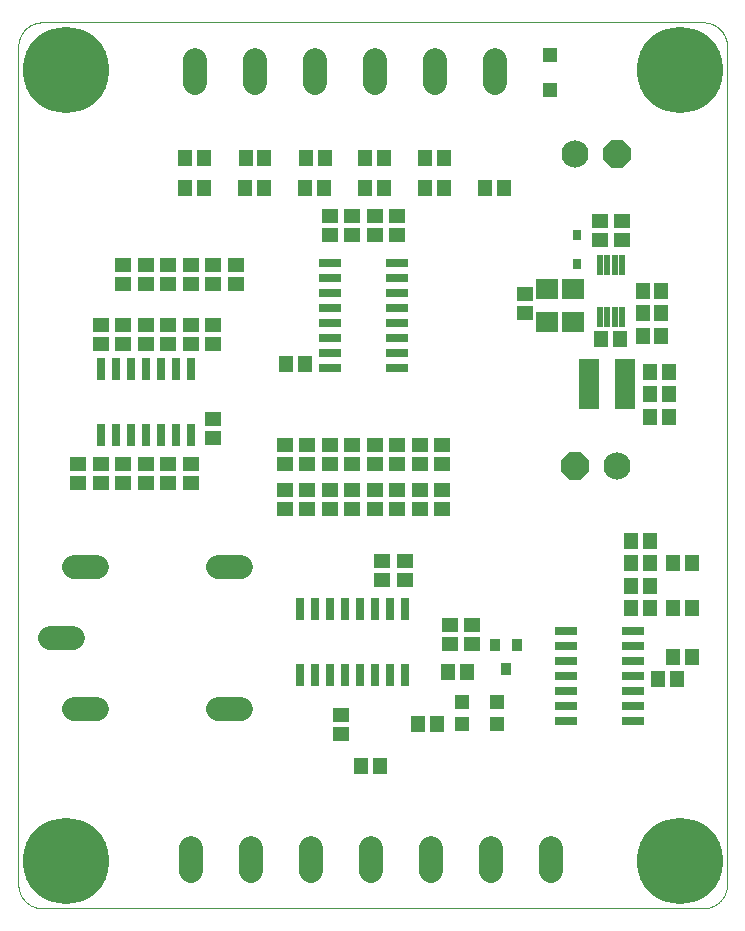
<source format=gts>
G75*
%MOIN*%
%OFA0B0*%
%FSLAX25Y25*%
%IPPOS*%
%LPD*%
%AMOC8*
5,1,8,0,0,1.08239X$1,22.5*
%
%ADD10C,0.00400*%
%ADD11R,0.04731X0.05518*%
%ADD12R,0.02172X0.06896*%
%ADD13R,0.06699X0.16935*%
%ADD14R,0.05518X0.04731*%
%ADD15R,0.07487X0.06699*%
%ADD16R,0.04731X0.04731*%
%ADD17C,0.09061*%
%ADD18OC8,0.09061*%
%ADD19R,0.03156X0.07290*%
%ADD20R,0.02762X0.03550*%
%ADD21C,0.08077*%
%ADD22R,0.03550X0.04337*%
%ADD23R,0.07290X0.03156*%
%ADD24C,0.28746*%
D10*
X0001394Y0009268D02*
X0001394Y0288795D01*
X0001396Y0288985D01*
X0001403Y0289175D01*
X0001415Y0289365D01*
X0001431Y0289555D01*
X0001451Y0289744D01*
X0001477Y0289933D01*
X0001506Y0290121D01*
X0001541Y0290308D01*
X0001580Y0290494D01*
X0001623Y0290679D01*
X0001671Y0290864D01*
X0001723Y0291047D01*
X0001779Y0291228D01*
X0001840Y0291408D01*
X0001906Y0291587D01*
X0001975Y0291764D01*
X0002049Y0291940D01*
X0002127Y0292113D01*
X0002210Y0292285D01*
X0002296Y0292454D01*
X0002386Y0292622D01*
X0002481Y0292787D01*
X0002579Y0292950D01*
X0002682Y0293110D01*
X0002788Y0293268D01*
X0002898Y0293423D01*
X0003011Y0293576D01*
X0003129Y0293726D01*
X0003250Y0293872D01*
X0003374Y0294016D01*
X0003502Y0294157D01*
X0003633Y0294295D01*
X0003768Y0294430D01*
X0003906Y0294561D01*
X0004047Y0294689D01*
X0004191Y0294813D01*
X0004337Y0294934D01*
X0004487Y0295052D01*
X0004640Y0295165D01*
X0004795Y0295275D01*
X0004953Y0295381D01*
X0005113Y0295484D01*
X0005276Y0295582D01*
X0005441Y0295677D01*
X0005609Y0295767D01*
X0005778Y0295853D01*
X0005950Y0295936D01*
X0006123Y0296014D01*
X0006299Y0296088D01*
X0006476Y0296157D01*
X0006655Y0296223D01*
X0006835Y0296284D01*
X0007016Y0296340D01*
X0007199Y0296392D01*
X0007384Y0296440D01*
X0007569Y0296483D01*
X0007755Y0296522D01*
X0007942Y0296557D01*
X0008130Y0296586D01*
X0008319Y0296612D01*
X0008508Y0296632D01*
X0008698Y0296648D01*
X0008888Y0296660D01*
X0009078Y0296667D01*
X0009268Y0296669D01*
X0229740Y0296669D01*
X0229930Y0296667D01*
X0230120Y0296660D01*
X0230310Y0296648D01*
X0230500Y0296632D01*
X0230689Y0296612D01*
X0230878Y0296586D01*
X0231066Y0296557D01*
X0231253Y0296522D01*
X0231439Y0296483D01*
X0231624Y0296440D01*
X0231809Y0296392D01*
X0231992Y0296340D01*
X0232173Y0296284D01*
X0232353Y0296223D01*
X0232532Y0296157D01*
X0232709Y0296088D01*
X0232885Y0296014D01*
X0233058Y0295936D01*
X0233230Y0295853D01*
X0233399Y0295767D01*
X0233567Y0295677D01*
X0233732Y0295582D01*
X0233895Y0295484D01*
X0234055Y0295381D01*
X0234213Y0295275D01*
X0234368Y0295165D01*
X0234521Y0295052D01*
X0234671Y0294934D01*
X0234817Y0294813D01*
X0234961Y0294689D01*
X0235102Y0294561D01*
X0235240Y0294430D01*
X0235375Y0294295D01*
X0235506Y0294157D01*
X0235634Y0294016D01*
X0235758Y0293872D01*
X0235879Y0293726D01*
X0235997Y0293576D01*
X0236110Y0293423D01*
X0236220Y0293268D01*
X0236326Y0293110D01*
X0236429Y0292950D01*
X0236527Y0292787D01*
X0236622Y0292622D01*
X0236712Y0292454D01*
X0236798Y0292285D01*
X0236881Y0292113D01*
X0236959Y0291940D01*
X0237033Y0291764D01*
X0237102Y0291587D01*
X0237168Y0291408D01*
X0237229Y0291228D01*
X0237285Y0291047D01*
X0237337Y0290864D01*
X0237385Y0290679D01*
X0237428Y0290494D01*
X0237467Y0290308D01*
X0237502Y0290121D01*
X0237531Y0289933D01*
X0237557Y0289744D01*
X0237577Y0289555D01*
X0237593Y0289365D01*
X0237605Y0289175D01*
X0237612Y0288985D01*
X0237614Y0288795D01*
X0237614Y0009268D01*
X0237612Y0009078D01*
X0237605Y0008888D01*
X0237593Y0008698D01*
X0237577Y0008508D01*
X0237557Y0008319D01*
X0237531Y0008130D01*
X0237502Y0007942D01*
X0237467Y0007755D01*
X0237428Y0007569D01*
X0237385Y0007384D01*
X0237337Y0007199D01*
X0237285Y0007016D01*
X0237229Y0006835D01*
X0237168Y0006655D01*
X0237102Y0006476D01*
X0237033Y0006299D01*
X0236959Y0006123D01*
X0236881Y0005950D01*
X0236798Y0005778D01*
X0236712Y0005609D01*
X0236622Y0005441D01*
X0236527Y0005276D01*
X0236429Y0005113D01*
X0236326Y0004953D01*
X0236220Y0004795D01*
X0236110Y0004640D01*
X0235997Y0004487D01*
X0235879Y0004337D01*
X0235758Y0004191D01*
X0235634Y0004047D01*
X0235506Y0003906D01*
X0235375Y0003768D01*
X0235240Y0003633D01*
X0235102Y0003502D01*
X0234961Y0003374D01*
X0234817Y0003250D01*
X0234671Y0003129D01*
X0234521Y0003011D01*
X0234368Y0002898D01*
X0234213Y0002788D01*
X0234055Y0002682D01*
X0233895Y0002579D01*
X0233732Y0002481D01*
X0233567Y0002386D01*
X0233399Y0002296D01*
X0233230Y0002210D01*
X0233058Y0002127D01*
X0232885Y0002049D01*
X0232709Y0001975D01*
X0232532Y0001906D01*
X0232353Y0001840D01*
X0232173Y0001779D01*
X0231992Y0001723D01*
X0231809Y0001671D01*
X0231624Y0001623D01*
X0231439Y0001580D01*
X0231253Y0001541D01*
X0231066Y0001506D01*
X0230878Y0001477D01*
X0230689Y0001451D01*
X0230500Y0001431D01*
X0230310Y0001415D01*
X0230120Y0001403D01*
X0229930Y0001396D01*
X0229740Y0001394D01*
X0009268Y0001394D01*
X0009078Y0001396D01*
X0008888Y0001403D01*
X0008698Y0001415D01*
X0008508Y0001431D01*
X0008319Y0001451D01*
X0008130Y0001477D01*
X0007942Y0001506D01*
X0007755Y0001541D01*
X0007569Y0001580D01*
X0007384Y0001623D01*
X0007199Y0001671D01*
X0007016Y0001723D01*
X0006835Y0001779D01*
X0006655Y0001840D01*
X0006476Y0001906D01*
X0006299Y0001975D01*
X0006123Y0002049D01*
X0005950Y0002127D01*
X0005778Y0002210D01*
X0005609Y0002296D01*
X0005441Y0002386D01*
X0005276Y0002481D01*
X0005113Y0002579D01*
X0004953Y0002682D01*
X0004795Y0002788D01*
X0004640Y0002898D01*
X0004487Y0003011D01*
X0004337Y0003129D01*
X0004191Y0003250D01*
X0004047Y0003374D01*
X0003906Y0003502D01*
X0003768Y0003633D01*
X0003633Y0003768D01*
X0003502Y0003906D01*
X0003374Y0004047D01*
X0003250Y0004191D01*
X0003129Y0004337D01*
X0003011Y0004487D01*
X0002898Y0004640D01*
X0002788Y0004795D01*
X0002682Y0004953D01*
X0002579Y0005113D01*
X0002481Y0005276D01*
X0002386Y0005441D01*
X0002296Y0005609D01*
X0002210Y0005778D01*
X0002127Y0005950D01*
X0002049Y0006123D01*
X0001975Y0006299D01*
X0001906Y0006476D01*
X0001840Y0006655D01*
X0001779Y0006835D01*
X0001723Y0007016D01*
X0001671Y0007199D01*
X0001623Y0007384D01*
X0001580Y0007569D01*
X0001541Y0007755D01*
X0001506Y0007942D01*
X0001477Y0008130D01*
X0001451Y0008319D01*
X0001431Y0008508D01*
X0001415Y0008698D01*
X0001403Y0008888D01*
X0001396Y0009078D01*
X0001394Y0009268D01*
D11*
X0115744Y0048894D03*
X0122043Y0048894D03*
X0134494Y0062644D03*
X0140793Y0062644D03*
X0144494Y0080144D03*
X0150793Y0080144D03*
X0205626Y0101364D03*
X0211925Y0101364D03*
X0212043Y0108894D03*
X0205744Y0108894D03*
X0205744Y0116394D03*
X0212043Y0116394D03*
X0219494Y0116394D03*
X0225793Y0116394D03*
X0225793Y0101394D03*
X0219494Y0101394D03*
X0219494Y0085144D03*
X0220793Y0077644D03*
X0214494Y0077644D03*
X0225793Y0085144D03*
X0212043Y0123894D03*
X0205744Y0123894D03*
X0211994Y0165144D03*
X0218293Y0165144D03*
X0218293Y0172644D03*
X0211994Y0172644D03*
X0211994Y0180144D03*
X0218293Y0180144D03*
X0215764Y0192240D03*
X0209465Y0192240D03*
X0209465Y0199740D03*
X0215764Y0199740D03*
X0215764Y0207240D03*
X0209465Y0207240D03*
X0202014Y0190990D03*
X0195715Y0190990D03*
X0163293Y0241394D03*
X0156994Y0241394D03*
X0143293Y0241394D03*
X0136994Y0241394D03*
X0136994Y0251394D03*
X0143293Y0251394D03*
X0123293Y0251394D03*
X0116994Y0251394D03*
X0116994Y0241394D03*
X0123293Y0241394D03*
X0103293Y0241394D03*
X0096994Y0241394D03*
X0097211Y0251551D03*
X0103510Y0251551D03*
X0083421Y0251551D03*
X0077122Y0251551D03*
X0076994Y0241394D03*
X0083293Y0241394D03*
X0063293Y0241394D03*
X0056994Y0241394D03*
X0057033Y0251551D03*
X0063333Y0251551D03*
X0090744Y0182644D03*
X0097043Y0182644D03*
D12*
X0195114Y0198579D03*
X0197614Y0198579D03*
X0200114Y0198579D03*
X0202614Y0198579D03*
X0202614Y0215902D03*
X0200114Y0215902D03*
X0197614Y0215902D03*
X0195114Y0215902D03*
D13*
X0191709Y0175990D03*
X0203520Y0175990D03*
D14*
X0170173Y0199898D03*
X0170173Y0206197D03*
X0195114Y0224091D03*
X0195114Y0230390D03*
X0202614Y0230390D03*
X0202614Y0224091D03*
X0142644Y0155793D03*
X0142644Y0149494D03*
X0135144Y0149494D03*
X0135144Y0155793D03*
X0127644Y0155793D03*
X0127644Y0149494D03*
X0127644Y0140793D03*
X0127644Y0134494D03*
X0135144Y0134494D03*
X0135144Y0140793D03*
X0142644Y0140793D03*
X0142644Y0134494D03*
X0130144Y0117043D03*
X0130144Y0110744D03*
X0122644Y0110744D03*
X0122644Y0117043D03*
X0120144Y0134494D03*
X0120144Y0140793D03*
X0112644Y0140793D03*
X0112644Y0134494D03*
X0105144Y0134494D03*
X0105144Y0140793D03*
X0097644Y0140793D03*
X0097644Y0134494D03*
X0090144Y0134494D03*
X0090144Y0140793D03*
X0090144Y0149494D03*
X0090144Y0155793D03*
X0097644Y0155793D03*
X0097644Y0149494D03*
X0105144Y0149494D03*
X0105144Y0155793D03*
X0112644Y0155793D03*
X0112644Y0149494D03*
X0120144Y0149494D03*
X0120144Y0155793D03*
X0073894Y0209494D03*
X0073894Y0215793D03*
X0066394Y0215793D03*
X0066394Y0209494D03*
X0058894Y0209494D03*
X0058894Y0215793D03*
X0051394Y0215793D03*
X0051394Y0209494D03*
X0043894Y0209494D03*
X0043894Y0215793D03*
X0036394Y0215793D03*
X0036394Y0209494D03*
X0036394Y0195793D03*
X0036394Y0189494D03*
X0043894Y0189494D03*
X0043894Y0195793D03*
X0051394Y0195793D03*
X0051394Y0189494D03*
X0058894Y0189494D03*
X0058894Y0195793D03*
X0066394Y0195793D03*
X0066394Y0189494D03*
X0066394Y0164543D03*
X0066394Y0158244D03*
X0058894Y0149543D03*
X0058894Y0143244D03*
X0051394Y0143244D03*
X0051394Y0149543D03*
X0043894Y0149543D03*
X0043894Y0143244D03*
X0036394Y0143244D03*
X0036394Y0149543D03*
X0028894Y0149543D03*
X0028894Y0143244D03*
X0021394Y0143244D03*
X0021394Y0149543D03*
X0028894Y0189494D03*
X0028894Y0195793D03*
X0105193Y0225862D03*
X0105193Y0232161D03*
X0112644Y0232043D03*
X0112644Y0225744D03*
X0120144Y0225744D03*
X0120144Y0232043D03*
X0127644Y0232043D03*
X0127644Y0225744D03*
X0145144Y0095793D03*
X0145144Y0089494D03*
X0152644Y0089494D03*
X0152644Y0095793D03*
X0108894Y0065793D03*
X0108894Y0059494D03*
D15*
X0177614Y0196728D03*
X0186364Y0196728D03*
X0186364Y0207752D03*
X0177614Y0207752D03*
D16*
X0178490Y0274248D03*
X0178490Y0285665D03*
X0160852Y0070144D03*
X0160852Y0062644D03*
X0149435Y0062644D03*
X0149435Y0070144D03*
D17*
X0200783Y0148894D03*
X0187004Y0252644D03*
D18*
X0200783Y0252644D03*
X0187004Y0148894D03*
D19*
X0130144Y0101266D03*
X0125144Y0101266D03*
X0120144Y0101266D03*
X0115144Y0101266D03*
X0110144Y0101266D03*
X0105144Y0101266D03*
X0100144Y0101266D03*
X0095144Y0101266D03*
X0095144Y0079022D03*
X0100144Y0079022D03*
X0105144Y0079022D03*
X0110144Y0079022D03*
X0115144Y0079022D03*
X0120144Y0079022D03*
X0125144Y0079022D03*
X0130144Y0079022D03*
X0058894Y0159022D03*
X0053894Y0159022D03*
X0048894Y0159022D03*
X0043894Y0159022D03*
X0038894Y0159022D03*
X0033894Y0159022D03*
X0028894Y0159022D03*
X0028894Y0181266D03*
X0033894Y0181266D03*
X0038894Y0181266D03*
X0043894Y0181266D03*
X0048894Y0181266D03*
X0053894Y0181266D03*
X0058894Y0181266D03*
D20*
X0187614Y0216069D03*
X0187614Y0225911D03*
D21*
X0160144Y0276305D02*
X0160144Y0283982D01*
X0140144Y0283982D02*
X0140144Y0276305D01*
X0120144Y0276305D02*
X0120144Y0283982D01*
X0100144Y0283982D02*
X0100144Y0276305D01*
X0080144Y0276305D02*
X0080144Y0283982D01*
X0060144Y0283982D02*
X0060144Y0276305D01*
X0067821Y0115016D02*
X0075498Y0115016D01*
X0075498Y0067772D02*
X0067821Y0067772D01*
X0058894Y0021482D02*
X0058894Y0013805D01*
X0078894Y0013805D02*
X0078894Y0021482D01*
X0098894Y0021482D02*
X0098894Y0013805D01*
X0118894Y0013805D02*
X0118894Y0021482D01*
X0138894Y0021482D02*
X0138894Y0013805D01*
X0158894Y0013805D02*
X0158894Y0021482D01*
X0178894Y0021482D02*
X0178894Y0013805D01*
X0027467Y0067772D02*
X0019789Y0067772D01*
X0019593Y0091394D02*
X0011915Y0091394D01*
X0019789Y0115016D02*
X0027467Y0115016D01*
D22*
X0160154Y0089081D03*
X0163894Y0081207D03*
X0167634Y0089081D03*
D23*
X0184022Y0088894D03*
X0184022Y0083894D03*
X0184022Y0078894D03*
X0184022Y0073894D03*
X0184022Y0068894D03*
X0184022Y0063894D03*
X0206266Y0063894D03*
X0206266Y0068894D03*
X0206266Y0073894D03*
X0206266Y0078894D03*
X0206266Y0083894D03*
X0206266Y0088894D03*
X0206266Y0093894D03*
X0184022Y0093894D03*
X0127516Y0181394D03*
X0127516Y0186394D03*
X0127516Y0191394D03*
X0127516Y0196394D03*
X0127516Y0201394D03*
X0127516Y0206394D03*
X0127516Y0211394D03*
X0127516Y0216394D03*
X0105272Y0216394D03*
X0105272Y0211394D03*
X0105272Y0206394D03*
X0105272Y0201394D03*
X0105272Y0196394D03*
X0105272Y0191394D03*
X0105272Y0186394D03*
X0105272Y0181394D03*
D24*
X0017142Y0280921D03*
X0221866Y0280921D03*
X0221866Y0017142D03*
X0017142Y0017142D03*
M02*

</source>
